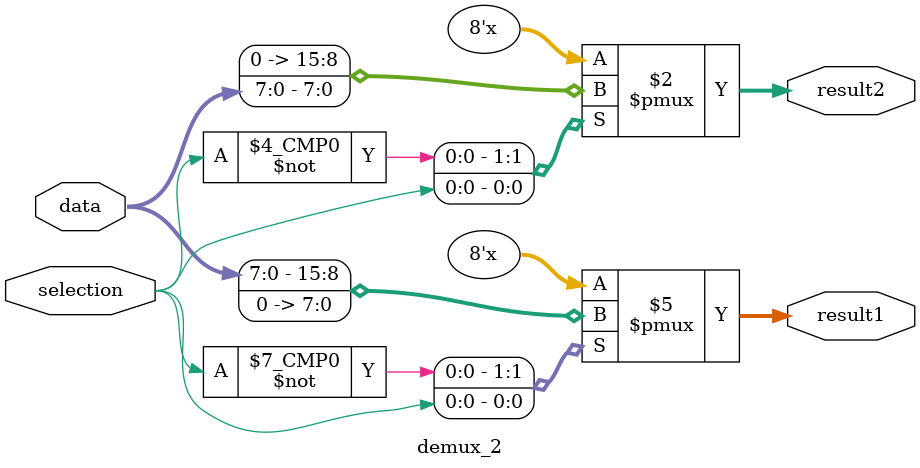
<source format=sv>
/**
 * Demultiplexer 1-2 module.
 *
 * Parameters:
 *     N       - number of bits.
 *
 * Inputs:
 *     data       - Data Input.
 *     selection  - Selection Input.
 *
 * Outputs:
 *     result1   - Selection Result.
 *     result2   - Selection Result.
 *
 */
module demux_2 #(parameter N=8) (
	input [N-1:0] data, 
	input  selection, 
	output [N-1:0] result1,result2);
	
	
	
	always @(selection or data)
	
	
	begin
        case (selection)  
            1'b0 : begin
                        result1 = data;
                        result2 = 0;
                       
                      end
            1'b1 : begin
                        result1 = 0;
                        result2 = data;
                      end
            default : begin
								result1 = 0;
                        result2 = 0;
                      end
          
        endcase
    end
	 
endmodule

</source>
